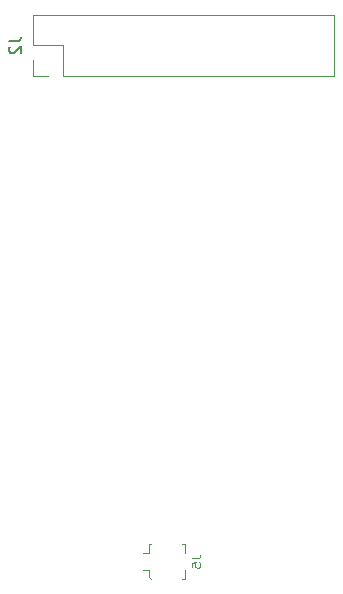
<source format=gbo>
G04 #@! TF.GenerationSoftware,KiCad,Pcbnew,(5.1.5)-3*
G04 #@! TF.CreationDate,2020-06-30T19:55:35+10:00*
G04 #@! TF.ProjectId,cicada-2g,63696361-6461-42d3-9267-2e6b69636164,0.1*
G04 #@! TF.SameCoordinates,PX7cee6c0PY3dfd240*
G04 #@! TF.FileFunction,Legend,Bot*
G04 #@! TF.FilePolarity,Positive*
%FSLAX46Y46*%
G04 Gerber Fmt 4.6, Leading zero omitted, Abs format (unit mm)*
G04 Created by KiCad (PCBNEW (5.1.5)-3) date 2020-06-30 19:55:35*
%MOMM*%
%LPD*%
G04 APERTURE LIST*
%ADD10C,0.120000*%
%ADD11C,0.150000*%
G04 APERTURE END LIST*
D10*
X-12760000Y-1270000D02*
X-12760000Y-2600000D01*
X-12760000Y-2600000D02*
X-11430000Y-2600000D01*
X-12760000Y0D02*
X-10160000Y0D01*
X-10160000Y0D02*
X-10160000Y-2600000D01*
X-10160000Y-2600000D02*
X12760000Y-2600000D01*
X12760000Y2600000D02*
X12760000Y-2600000D01*
X-12760000Y2600000D02*
X12760000Y2600000D01*
X-12760000Y2600000D02*
X-12760000Y0D01*
X-2890000Y-42990000D02*
X-3390000Y-42990000D01*
X-2890000Y-44390000D02*
X-3390000Y-44390000D01*
X-2890000Y-44390000D02*
X-2890000Y-44990000D01*
X-2890000Y-44990000D02*
X-2690000Y-45190000D01*
X-2690000Y-42190000D02*
X-2890000Y-42190000D01*
X-2890000Y-42190000D02*
X-2890000Y-42990000D01*
X110000Y-42990000D02*
X110000Y-42190000D01*
X110000Y-42190000D02*
X-90000Y-42190000D01*
X-90000Y-45190000D02*
X110000Y-45190000D01*
X110000Y-45190000D02*
X110000Y-44390000D01*
D11*
X-14747620Y333334D02*
X-14033334Y333334D01*
X-13890477Y380953D01*
X-13795239Y476191D01*
X-13747620Y619048D01*
X-13747620Y714286D01*
X-14652381Y-95238D02*
X-14700000Y-142857D01*
X-14747620Y-238095D01*
X-14747620Y-476190D01*
X-14700000Y-571428D01*
X-14652381Y-619047D01*
X-14557143Y-666666D01*
X-14461905Y-666666D01*
X-14319048Y-619047D01*
X-13747620Y-47619D01*
X-13747620Y-666666D01*
D10*
X726666Y-43423333D02*
X1226666Y-43423333D01*
X1326666Y-43385238D01*
X1393333Y-43309047D01*
X1426666Y-43194761D01*
X1426666Y-43118571D01*
X726666Y-44185238D02*
X726666Y-43804285D01*
X1060000Y-43766190D01*
X1026666Y-43804285D01*
X993333Y-43880476D01*
X993333Y-44070952D01*
X1026666Y-44147142D01*
X1060000Y-44185238D01*
X1126666Y-44223333D01*
X1293333Y-44223333D01*
X1360000Y-44185238D01*
X1393333Y-44147142D01*
X1426666Y-44070952D01*
X1426666Y-43880476D01*
X1393333Y-43804285D01*
X1360000Y-43766190D01*
M02*

</source>
